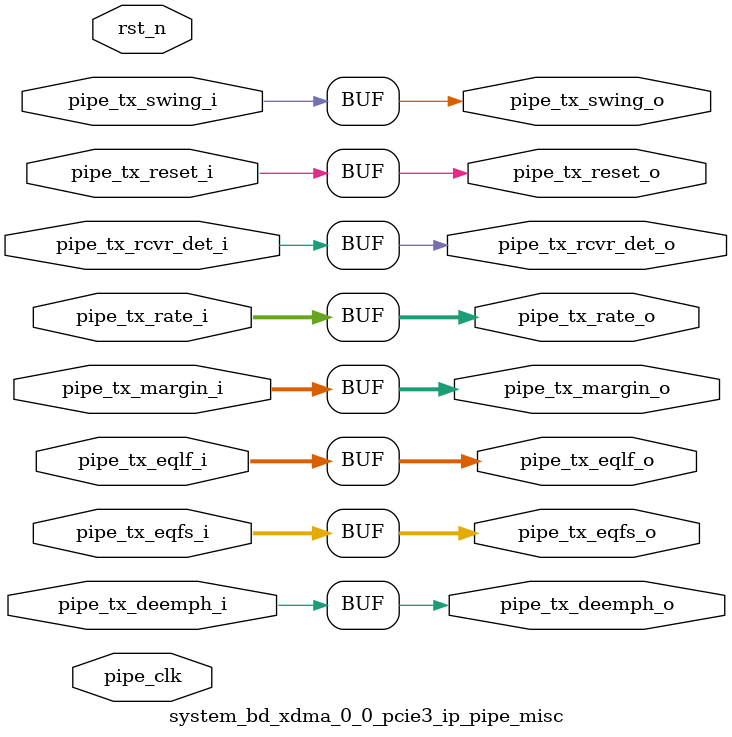
<source format=v>


`timescale 1ps/1ps

(* DowngradeIPIdentifiedWarnings = "yes" *)
module system_bd_xdma_0_0_pcie3_ip_pipe_misc 
 #(
  parameter TCQ = 100,
  parameter PIPE_PIPELINE_STAGES = 0
  ) (
  input  wire         pipe_tx_rcvr_det_i,
  input  wire         pipe_tx_reset_i,
  input  wire   [1:0] pipe_tx_rate_i,
  input  wire         pipe_tx_deemph_i,
  input  wire   [2:0] pipe_tx_margin_i,
  input  wire         pipe_tx_swing_i,
  input  wire   [5:0] pipe_tx_eqfs_i,
  input  wire   [5:0] pipe_tx_eqlf_i,
  output wire         pipe_tx_rcvr_det_o,
  output wire         pipe_tx_reset_o,
  output wire   [1:0] pipe_tx_rate_o,
  output wire         pipe_tx_deemph_o,
  output wire   [2:0] pipe_tx_margin_o,
  output wire         pipe_tx_swing_o,
  output wire   [5:0] pipe_tx_eqfs_o,
  output wire   [5:0] pipe_tx_eqlf_o,
  input  wire         pipe_clk,
  input  wire         rst_n
  );

  reg                 pipe_tx_rcvr_det_q;
  reg                 pipe_tx_reset_q;
  reg           [1:0] pipe_tx_rate_q;
  reg                 pipe_tx_deemph_q;
  reg           [2:0] pipe_tx_margin_q;
  reg                 pipe_tx_swing_q;
  reg           [5:0] pipe_tx_eqfs_q;
  reg           [5:0] pipe_tx_eqlf_q;
  reg                 pipe_tx_rcvr_det_qq;
  reg                 pipe_tx_reset_qq;
  reg           [1:0] pipe_tx_rate_qq;
  reg                 pipe_tx_deemph_qq;
  reg           [2:0] pipe_tx_margin_qq;
  reg                 pipe_tx_swing_qq;
  reg           [5:0] pipe_tx_eqfs_qq;
  reg           [5:0] pipe_tx_eqlf_qq;

  generate
    if (PIPE_PIPELINE_STAGES == 0)
    begin : pipe_stages_0
      assign pipe_tx_rcvr_det_o = pipe_tx_rcvr_det_i;
      assign pipe_tx_reset_o = pipe_tx_reset_i;
      assign pipe_tx_rate_o = pipe_tx_rate_i;
      assign pipe_tx_deemph_o = pipe_tx_deemph_i;
      assign pipe_tx_margin_o = pipe_tx_margin_i;
      assign pipe_tx_swing_o = pipe_tx_swing_i;
      assign pipe_tx_eqfs_o = pipe_tx_eqfs_i;
      assign pipe_tx_eqlf_o = pipe_tx_eqlf_i;
    end
    else if (PIPE_PIPELINE_STAGES == 1)
    begin : pipe_stages_1
      always @(posedge pipe_clk)
      begin
        if (!rst_n)
        begin
          pipe_tx_rcvr_det_q <= #TCQ 1'b0;
          pipe_tx_reset_q <= #TCQ 1'b1;
          pipe_tx_rate_q <= #TCQ 2'b0;
          pipe_tx_deemph_q <= #TCQ 1'b1;
          pipe_tx_margin_q <= #TCQ 3'b0;
          pipe_tx_swing_q <= #TCQ 1'b0;
          pipe_tx_eqfs_q <= #TCQ 5'b0;
          pipe_tx_eqlf_q <= #TCQ 5'b0;
        end
        else
        begin
          pipe_tx_rcvr_det_q <= #TCQ pipe_tx_rcvr_det_i;
          pipe_tx_reset_q <= #TCQ pipe_tx_reset_i;
          pipe_tx_rate_q <= #TCQ pipe_tx_rate_i;
          pipe_tx_deemph_q <= #TCQ pipe_tx_deemph_i;
          pipe_tx_margin_q <= #TCQ pipe_tx_margin_i;
          pipe_tx_swing_q <= #TCQ pipe_tx_swing_i;
          pipe_tx_eqfs_q <= #TCQ pipe_tx_eqfs_i;
          pipe_tx_eqlf_q <= #TCQ pipe_tx_eqlf_i;
        end
      end
      assign pipe_tx_rcvr_det_o = pipe_tx_rcvr_det_q;
      assign pipe_tx_reset_o = pipe_tx_reset_q;
      assign pipe_tx_rate_o = pipe_tx_rate_q;
      assign pipe_tx_deemph_o = pipe_tx_deemph_q;
      assign pipe_tx_margin_o = pipe_tx_margin_q;
      assign pipe_tx_swing_o = pipe_tx_swing_q;
      assign pipe_tx_eqfs_o = pipe_tx_eqfs_q;
      assign pipe_tx_eqlf_o = pipe_tx_eqlf_q;
    end
    else if (PIPE_PIPELINE_STAGES == 2)
    begin : pipe_stages_2
      always @(posedge pipe_clk)
      begin
        if (!rst_n)
        begin
          pipe_tx_rcvr_det_q <= #TCQ 1'b0;
          pipe_tx_reset_q <= #TCQ 1'b1;
          pipe_tx_rate_q <= #TCQ 2'b0;
          pipe_tx_deemph_q <= #TCQ 1'b1;
          pipe_tx_margin_q <= #TCQ 1'b0;
          pipe_tx_swing_q <= #TCQ 1'b0;
          pipe_tx_eqfs_q <= #TCQ 5'b0;
          pipe_tx_eqlf_q <= #TCQ 5'b0;
          pipe_tx_rcvr_det_qq <= #TCQ 1'b0;
          pipe_tx_reset_qq <= #TCQ 1'b1;
          pipe_tx_rate_qq <= #TCQ 2'b0;
          pipe_tx_deemph_qq <= #TCQ 1'b1;
          pipe_tx_margin_qq <= #TCQ 1'b0;
          pipe_tx_swing_qq <= #TCQ 1'b0;
          pipe_tx_eqfs_qq <= #TCQ 5'b0;
          pipe_tx_eqlf_qq <= #TCQ 5'b0;
        end
        else
        begin
          pipe_tx_rcvr_det_q <= #TCQ pipe_tx_rcvr_det_i;
          pipe_tx_reset_q <= #TCQ pipe_tx_reset_i;
          pipe_tx_rate_q <= #TCQ pipe_tx_rate_i;
          pipe_tx_deemph_q <= #TCQ pipe_tx_deemph_i;
          pipe_tx_margin_q <= #TCQ pipe_tx_margin_i;
          pipe_tx_swing_q <= #TCQ pipe_tx_swing_i;
          pipe_tx_eqfs_q <= #TCQ pipe_tx_eqfs_i;
          pipe_tx_eqlf_q <= #TCQ pipe_tx_eqlf_i;
          pipe_tx_rcvr_det_qq <= #TCQ pipe_tx_rcvr_det_q;
          pipe_tx_reset_qq <= #TCQ pipe_tx_reset_q;
          pipe_tx_rate_qq <= #TCQ pipe_tx_rate_q;
          pipe_tx_deemph_qq <= #TCQ pipe_tx_deemph_q;
          pipe_tx_margin_qq <= #TCQ pipe_tx_margin_q;
          pipe_tx_swing_qq <= #TCQ pipe_tx_swing_q;
          pipe_tx_eqfs_qq <= #TCQ pipe_tx_eqfs_q;
          pipe_tx_eqlf_qq <= #TCQ pipe_tx_eqlf_q;
        end
      end
      assign pipe_tx_rcvr_det_o = pipe_tx_rcvr_det_qq;
      assign pipe_tx_reset_o = pipe_tx_reset_qq;
      assign pipe_tx_rate_o = pipe_tx_rate_qq;
      assign pipe_tx_deemph_o = pipe_tx_deemph_qq;
      assign pipe_tx_margin_o = pipe_tx_margin_qq;
      assign pipe_tx_swing_o = pipe_tx_swing_qq;
      assign pipe_tx_eqfs_o = pipe_tx_eqfs_qq;
      assign pipe_tx_eqlf_o = pipe_tx_eqlf_qq;
    end
    else
    begin
      assign pipe_tx_rcvr_det_o = pipe_tx_rcvr_det_i;
      assign pipe_tx_reset_o = pipe_tx_reset_i;
      assign pipe_tx_rate_o = pipe_tx_rate_i;
      assign pipe_tx_deemph_o = pipe_tx_deemph_i;
      assign pipe_tx_margin_o = pipe_tx_margin_i;
      assign pipe_tx_swing_o = pipe_tx_swing_i;
      assign pipe_tx_eqfs_o = pipe_tx_eqfs_i;
      assign pipe_tx_eqlf_o = pipe_tx_eqlf_i;
    end
  endgenerate

endmodule

</source>
